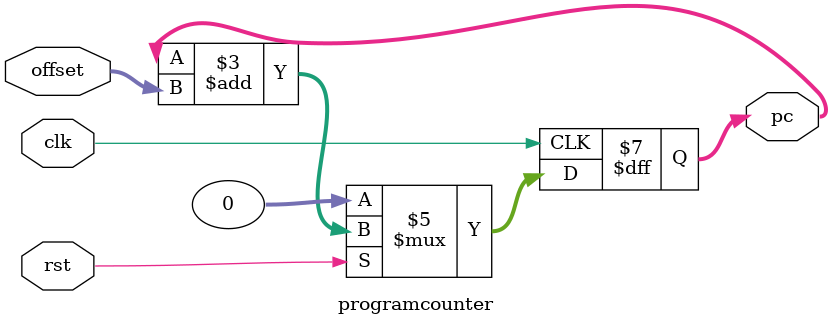
<source format=v>
module programcounter #(parameter integer datawidth = 32)
(
    input clk,rst,
    input [31:0]offset,
    output reg [datawidth-1:0] pc
);

always @ (posedge clk)
begin
    if(!rst)
    pc <= 0;
    else
    pc <= pc + offset;
end
endmodule
</source>
